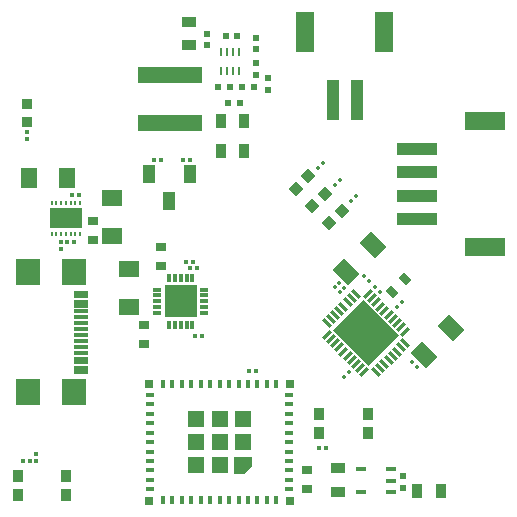
<source format=gtp>
G04*
G04 #@! TF.GenerationSoftware,Altium Limited,Altium Designer,26.1.1 (7)*
G04*
G04 Layer_Color=8421504*
%FSLAX44Y44*%
%MOMM*%
G71*
G04*
G04 #@! TF.SameCoordinates,CD2F593A-4D2A-49AD-B025-98148D784466*
G04*
G04*
G04 #@! TF.FilePolarity,Positive*
G04*
G01*
G75*
G04:AMPARAMS|DCode=17|XSize=4.2mm|YSize=3.7mm|CornerRadius=0mm|HoleSize=0mm|Usage=FLASHONLY|Rotation=135.000|XOffset=0mm|YOffset=0mm|HoleType=Round|Shape=Rectangle|*
%AMROTATEDRECTD17*
4,1,4,2.7931,-0.1768,0.1768,-2.7931,-2.7931,0.1768,-0.1768,2.7931,2.7931,-0.1768,0.0*
%
%ADD17ROTATEDRECTD17*%

G04:AMPARAMS|DCode=18|XSize=0.85mm|YSize=0.3mm|CornerRadius=0mm|HoleSize=0mm|Usage=FLASHONLY|Rotation=135.000|XOffset=0mm|YOffset=0mm|HoleType=Round|Shape=Rectangle|*
%AMROTATEDRECTD18*
4,1,4,0.4066,-0.1945,0.1945,-0.4066,-0.4066,0.1945,-0.1945,0.4066,0.4066,-0.1945,0.0*
%
%ADD18ROTATEDRECTD18*%

G04:AMPARAMS|DCode=19|XSize=0.85mm|YSize=0.3mm|CornerRadius=0mm|HoleSize=0mm|Usage=FLASHONLY|Rotation=45.000|XOffset=0mm|YOffset=0mm|HoleType=Round|Shape=Rectangle|*
%AMROTATEDRECTD19*
4,1,4,-0.1945,-0.4066,-0.4066,-0.1945,0.1945,0.4066,0.4066,0.1945,-0.1945,-0.4066,0.0*
%
%ADD19ROTATEDRECTD19*%

%ADD20R,0.5500X0.5000*%
%ADD21R,1.0000X1.6000*%
%ADD22R,1.1500X0.3000*%
%ADD23R,2.0000X2.1800*%
%ADD24R,1.0000X3.5000*%
%ADD25R,1.5000X3.4000*%
%ADD26R,0.3000X0.3500*%
%ADD27R,0.3500X0.3000*%
%ADD28R,3.4000X1.5000*%
%ADD29R,3.5000X1.0000*%
G04:AMPARAMS|DCode=30|XSize=0.3mm|YSize=0.35mm|CornerRadius=0mm|HoleSize=0mm|Usage=FLASHONLY|Rotation=135.000|XOffset=0mm|YOffset=0mm|HoleType=Round|Shape=Rectangle|*
%AMROTATEDRECTD30*
4,1,4,0.2298,0.0177,-0.0177,-0.2298,-0.2298,-0.0177,0.0177,0.2298,0.2298,0.0177,0.0*
%
%ADD30ROTATEDRECTD30*%

G04:AMPARAMS|DCode=31|XSize=0.3mm|YSize=0.35mm|CornerRadius=0mm|HoleSize=0mm|Usage=FLASHONLY|Rotation=225.000|XOffset=0mm|YOffset=0mm|HoleType=Round|Shape=Rectangle|*
%AMROTATEDRECTD31*
4,1,4,-0.0177,0.2298,0.2298,-0.0177,0.0177,-0.2298,-0.2298,0.0177,-0.0177,0.2298,0.0*
%
%ADD31ROTATEDRECTD31*%

G04:AMPARAMS|DCode=32|XSize=1.8mm|YSize=1.4mm|CornerRadius=0mm|HoleSize=0mm|Usage=FLASHONLY|Rotation=315.000|XOffset=0mm|YOffset=0mm|HoleType=Round|Shape=Rectangle|*
%AMROTATEDRECTD32*
4,1,4,-1.1314,0.1414,-0.1414,1.1314,1.1314,-0.1414,0.1414,-1.1314,-1.1314,0.1414,0.0*
%
%ADD32ROTATEDRECTD32*%

G04:AMPARAMS|DCode=33|XSize=0.9mm|YSize=0.7mm|CornerRadius=0mm|HoleSize=0mm|Usage=FLASHONLY|Rotation=315.000|XOffset=0mm|YOffset=0mm|HoleType=Round|Shape=Rectangle|*
%AMROTATEDRECTD33*
4,1,4,-0.5657,0.0707,-0.0707,0.5657,0.5657,-0.0707,0.0707,-0.5657,-0.5657,0.0707,0.0*
%
%ADD33ROTATEDRECTD33*%

%ADD34R,0.9000X1.0000*%
%ADD35R,1.8000X1.4000*%
%ADD36R,0.9500X1.3000*%
%ADD37R,1.3000X0.9500*%
%ADD38R,0.9500X0.9000*%
%ADD39R,0.5000X0.5500*%
%ADD40R,0.2700X0.4500*%
%ADD41R,2.7000X1.8000*%
%ADD42R,0.3000X0.8000*%
%ADD43R,0.8000X0.3000*%
%ADD44R,2.8000X2.8000*%
%ADD45R,0.9271X0.4318*%
%ADD46R,1.4500X1.4500*%
%ADD47R,0.7000X0.7000*%
%ADD48R,0.4000X0.8000*%
%ADD49R,0.8000X0.4000*%
G04:AMPARAMS|DCode=50|XSize=0.95mm|YSize=0.9mm|CornerRadius=0mm|HoleSize=0mm|Usage=FLASHONLY|Rotation=135.000|XOffset=0mm|YOffset=0mm|HoleType=Round|Shape=Rectangle|*
%AMROTATEDRECTD50*
4,1,4,0.6541,-0.0177,0.0177,-0.6541,-0.6541,0.0177,-0.0177,0.6541,0.6541,-0.0177,0.0*
%
%ADD50ROTATEDRECTD50*%

%ADD51R,1.4000X1.8000*%
%ADD52R,0.2286X0.7112*%
%ADD53R,5.5000X1.4500*%
%ADD54R,0.9000X0.7000*%
G36*
X-18560Y-167820D02*
X-4060D01*
Y-176320D01*
X-10060Y-182320D01*
X-18560D01*
Y-167820D01*
D02*
G37*
D17*
X92836Y-63165D02*
D03*
D18*
X59602Y-54680D02*
D03*
X63138Y-51145D02*
D03*
X66673Y-47609D02*
D03*
X70209Y-44074D02*
D03*
X73745Y-40538D02*
D03*
X77280Y-37003D02*
D03*
X80816Y-33467D02*
D03*
X84351Y-29931D02*
D03*
X126070Y-71651D02*
D03*
X122535Y-75186D02*
D03*
X118999Y-78722D02*
D03*
X115464Y-82257D02*
D03*
X111928Y-85793D02*
D03*
X108393Y-89328D02*
D03*
X104857Y-92864D02*
D03*
X101322Y-96399D02*
D03*
D19*
X94251Y-29931D02*
D03*
X97786Y-33467D02*
D03*
X101322Y-37003D02*
D03*
X104857Y-40538D02*
D03*
X108393Y-44074D02*
D03*
X111928Y-47609D02*
D03*
X115464Y-51145D02*
D03*
X118999Y-54680D02*
D03*
X122535Y-58216D02*
D03*
X126070Y-61751D02*
D03*
X91422Y-96399D02*
D03*
X87887Y-92864D02*
D03*
X84351Y-89328D02*
D03*
X80816Y-85793D02*
D03*
X77280Y-82257D02*
D03*
X73745Y-78722D02*
D03*
X70209Y-75186D02*
D03*
X66673Y-71651D02*
D03*
X63138Y-68115D02*
D03*
X59602Y-64580D02*
D03*
D20*
X-14050Y132080D02*
D03*
X-24050D02*
D03*
X-1950Y145370D02*
D03*
X-11950D02*
D03*
X-26000Y188550D02*
D03*
X-16000D02*
D03*
X-32350Y145370D02*
D03*
X-22350D02*
D03*
D21*
X-91125Y71660D02*
D03*
X-73625Y48660D02*
D03*
X-56125Y71660D02*
D03*
D22*
X-148640Y-28730D02*
D03*
Y-36730D02*
D03*
Y-49730D02*
D03*
Y-59730D02*
D03*
Y-64730D02*
D03*
Y-74730D02*
D03*
Y-87730D02*
D03*
Y-95730D02*
D03*
Y-92730D02*
D03*
Y-84730D02*
D03*
Y-79730D02*
D03*
Y-69730D02*
D03*
Y-54730D02*
D03*
Y-44730D02*
D03*
Y-39730D02*
D03*
Y-31730D02*
D03*
D23*
X-193690Y-11130D02*
D03*
Y-113330D02*
D03*
X-154390Y-11130D02*
D03*
Y-113330D02*
D03*
D24*
X84930Y134410D02*
D03*
X64930D02*
D03*
D25*
X108430Y191910D02*
D03*
X41430D02*
D03*
D26*
X-165746Y14139D02*
D03*
Y8139D02*
D03*
X-186504Y-165750D02*
D03*
Y-171750D02*
D03*
X-194310Y101140D02*
D03*
Y107140D02*
D03*
D27*
X-160480Y13970D02*
D03*
X-154480D02*
D03*
X-61880Y83820D02*
D03*
X-55880D02*
D03*
X-81053Y83426D02*
D03*
X-87053D02*
D03*
X58880Y-160020D02*
D03*
X52880D02*
D03*
X-191770Y-171450D02*
D03*
X-197770D02*
D03*
X-150025Y53462D02*
D03*
X-156025D02*
D03*
X-52047Y-65666D02*
D03*
X-46047D02*
D03*
X-59929Y-2604D02*
D03*
X-53929D02*
D03*
X-56340Y-7620D02*
D03*
X-50340D02*
D03*
X-377Y-95169D02*
D03*
X-6377D02*
D03*
D28*
X193446Y116705D02*
D03*
Y9705D02*
D03*
D29*
X135946Y93205D02*
D03*
Y73205D02*
D03*
Y53205D02*
D03*
Y33205D02*
D03*
D30*
X78321Y-95669D02*
D03*
X74079Y-99911D02*
D03*
X123107Y-36395D02*
D03*
X118864Y-40638D02*
D03*
X56731Y80861D02*
D03*
X52489Y76619D02*
D03*
X70701Y66891D02*
D03*
X66459Y62649D02*
D03*
X84671Y52921D02*
D03*
X80429Y48679D02*
D03*
D31*
X131647Y-87197D02*
D03*
X135890Y-91440D02*
D03*
X70964Y-28528D02*
D03*
X66722Y-24286D02*
D03*
X104353Y-27928D02*
D03*
X100110Y-23686D02*
D03*
X91007Y-14807D02*
D03*
X95250Y-19050D02*
D03*
X74511Y-24981D02*
D03*
X70269Y-20739D02*
D03*
D32*
X142240Y-81280D02*
D03*
X164867Y-58653D02*
D03*
X76200Y-11430D02*
D03*
X98827Y11197D02*
D03*
D33*
X126038Y-17330D02*
D03*
X114724Y-28644D02*
D03*
D34*
X94160Y-147700D02*
D03*
Y-131700D02*
D03*
X53160D02*
D03*
Y-147700D02*
D03*
X-161110Y-199770D02*
D03*
Y-183770D02*
D03*
X-202110D02*
D03*
Y-199770D02*
D03*
D35*
X-108149Y-41124D02*
D03*
Y-9124D02*
D03*
X-121920Y51560D02*
D03*
Y19560D02*
D03*
D36*
X136050Y-196850D02*
D03*
X156050D02*
D03*
X-30320Y91440D02*
D03*
X-10320D02*
D03*
X-30345Y116564D02*
D03*
X-10345D02*
D03*
D37*
X69260Y-197370D02*
D03*
Y-177370D02*
D03*
X-57426Y200610D02*
D03*
Y180610D02*
D03*
D38*
X-194310Y115656D02*
D03*
Y130656D02*
D03*
D39*
X124460Y-194230D02*
D03*
Y-184230D02*
D03*
X-680Y155530D02*
D03*
Y165530D02*
D03*
X9480Y142910D02*
D03*
Y152910D02*
D03*
X-680Y187200D02*
D03*
Y177200D02*
D03*
X-41910Y180500D02*
D03*
Y190500D02*
D03*
D40*
X-149273Y47446D02*
D03*
X-153273D02*
D03*
X-157273D02*
D03*
X-161273D02*
D03*
X-165273D02*
D03*
X-169273D02*
D03*
X-173273D02*
D03*
Y20946D02*
D03*
X-169273D02*
D03*
X-165273D02*
D03*
X-161273D02*
D03*
X-157273D02*
D03*
X-153273D02*
D03*
X-149273D02*
D03*
D41*
X-161273Y34196D02*
D03*
D42*
X-74090Y-56150D02*
D03*
X-69090D02*
D03*
X-64090D02*
D03*
X-59090D02*
D03*
X-54090D02*
D03*
Y-16150D02*
D03*
X-59090D02*
D03*
X-64090D02*
D03*
X-69090D02*
D03*
X-74090D02*
D03*
D43*
X-44090Y-46150D02*
D03*
Y-41150D02*
D03*
Y-36150D02*
D03*
Y-31150D02*
D03*
Y-26150D02*
D03*
X-84090D02*
D03*
Y-31150D02*
D03*
Y-36150D02*
D03*
Y-41150D02*
D03*
Y-46150D02*
D03*
D44*
X-64090Y-36150D02*
D03*
D45*
X114091Y-197480D02*
D03*
Y-187980D02*
D03*
Y-178480D02*
D03*
X88310D02*
D03*
Y-197480D02*
D03*
D46*
X-31060Y-175070D02*
D03*
X-11310Y-155320D02*
D03*
Y-135570D02*
D03*
X-31060D02*
D03*
X-50810D02*
D03*
Y-155320D02*
D03*
Y-175070D02*
D03*
X-31060Y-155320D02*
D03*
D47*
X-90560Y-204820D02*
D03*
Y-105820D02*
D03*
X28440D02*
D03*
Y-204820D02*
D03*
D48*
X-79060Y-204320D02*
D03*
X-71060D02*
D03*
X-63060D02*
D03*
X-55060D02*
D03*
X-47060D02*
D03*
X-39060D02*
D03*
X-31060D02*
D03*
X-23060D02*
D03*
X-15060D02*
D03*
X-7060D02*
D03*
X940D02*
D03*
X8940D02*
D03*
X16940D02*
D03*
X-79060Y-106320D02*
D03*
X-71060D02*
D03*
X-63060D02*
D03*
X-55060D02*
D03*
X-47060D02*
D03*
X-39060D02*
D03*
X-31060D02*
D03*
X-23060D02*
D03*
X-15060D02*
D03*
X-7060D02*
D03*
X940D02*
D03*
X8940D02*
D03*
X16940D02*
D03*
D49*
X-90060Y-195320D02*
D03*
Y-187320D02*
D03*
Y-179320D02*
D03*
Y-171320D02*
D03*
Y-163320D02*
D03*
Y-155320D02*
D03*
Y-147320D02*
D03*
Y-139320D02*
D03*
Y-131320D02*
D03*
Y-123320D02*
D03*
Y-115320D02*
D03*
X27940D02*
D03*
Y-123320D02*
D03*
Y-131320D02*
D03*
Y-139320D02*
D03*
Y-147320D02*
D03*
Y-155320D02*
D03*
Y-163320D02*
D03*
Y-171320D02*
D03*
Y-179320D02*
D03*
Y-187320D02*
D03*
Y-195320D02*
D03*
D50*
X44140Y69866D02*
D03*
X33534Y59259D02*
D03*
X72225Y40459D02*
D03*
X61618Y29853D02*
D03*
X57772Y54743D02*
D03*
X47165Y44136D02*
D03*
D51*
X-160530Y68580D02*
D03*
X-192530D02*
D03*
D52*
X-14768Y174961D02*
D03*
X-19769D02*
D03*
X-24771D02*
D03*
X-29772D02*
D03*
Y158959D02*
D03*
X-24771D02*
D03*
X-19769D02*
D03*
X-14768D02*
D03*
D53*
X-73070Y115210D02*
D03*
Y155210D02*
D03*
D54*
X-80615Y9616D02*
D03*
Y-6384D02*
D03*
X-138430Y32130D02*
D03*
Y16130D02*
D03*
X-94856Y-72611D02*
D03*
Y-56610D02*
D03*
X43180Y-194690D02*
D03*
Y-178690D02*
D03*
M02*

</source>
